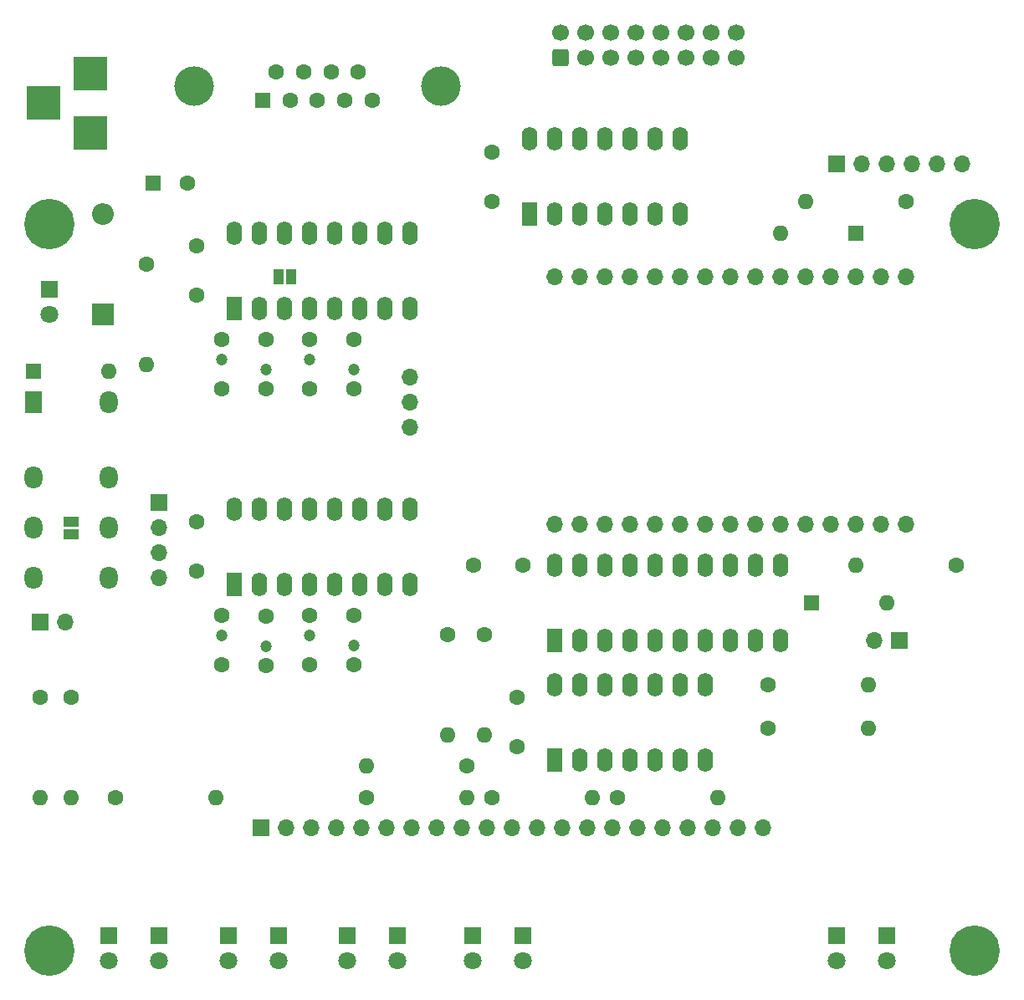
<source format=gbs>
G04 #@! TF.GenerationSoftware,KiCad,Pcbnew,8.0.4*
G04 #@! TF.CreationDate,2024-07-28T06:14:52+02:00*
G04 #@! TF.ProjectId,BulkyModem-32 Module,42756c6b-794d-46f6-9465-6d2d3332204d,rev?*
G04 #@! TF.SameCoordinates,Original*
G04 #@! TF.FileFunction,Soldermask,Bot*
G04 #@! TF.FilePolarity,Negative*
%FSLAX46Y46*%
G04 Gerber Fmt 4.6, Leading zero omitted, Abs format (unit mm)*
G04 Created by KiCad (PCBNEW 8.0.4) date 2024-07-28 06:14:52*
%MOMM*%
%LPD*%
G01*
G04 APERTURE LIST*
G04 Aperture macros list*
%AMRoundRect*
0 Rectangle with rounded corners*
0 $1 Rounding radius*
0 $2 $3 $4 $5 $6 $7 $8 $9 X,Y pos of 4 corners*
0 Add a 4 corners polygon primitive as box body*
4,1,4,$2,$3,$4,$5,$6,$7,$8,$9,$2,$3,0*
0 Add four circle primitives for the rounded corners*
1,1,$1+$1,$2,$3*
1,1,$1+$1,$4,$5*
1,1,$1+$1,$6,$7*
1,1,$1+$1,$8,$9*
0 Add four rect primitives between the rounded corners*
20,1,$1+$1,$2,$3,$4,$5,0*
20,1,$1+$1,$4,$5,$6,$7,0*
20,1,$1+$1,$6,$7,$8,$9,0*
20,1,$1+$1,$8,$9,$2,$3,0*%
G04 Aperture macros list end*
%ADD10R,1.700000X1.700000*%
%ADD11O,1.700000X1.700000*%
%ADD12O,1.600000X2.400000*%
%ADD13R,1.600000X2.400000*%
%ADD14C,1.600000*%
%ADD15O,1.600000X1.600000*%
%ADD16R,1.600000X1.600000*%
%ADD17C,5.100000*%
%ADD18R,1.800000X1.800000*%
%ADD19C,1.800000*%
%ADD20C,4.000000*%
%ADD21R,3.500000X3.500000*%
%ADD22O,1.800000X2.300000*%
%ADD23R,1.800000X2.300000*%
%ADD24C,1.200000*%
%ADD25C,1.700000*%
%ADD26RoundRect,0.250000X0.600000X-0.600000X0.600000X0.600000X-0.600000X0.600000X-0.600000X-0.600000X0*%
%ADD27R,2.200000X2.200000*%
%ADD28O,2.200000X2.200000*%
%ADD29R,1.500000X1.000000*%
%ADD30R,1.000000X1.500000*%
G04 APERTURE END LIST*
D10*
X153035000Y-71755000D03*
D11*
X155575000Y-71755000D03*
X158115000Y-71755000D03*
X160655000Y-71755000D03*
X163195000Y-71755000D03*
X165735000Y-71755000D03*
D12*
X121920000Y-69215000D03*
X124460000Y-69215000D03*
X127000000Y-69215000D03*
X129540000Y-69215000D03*
X132080000Y-69215000D03*
X134620000Y-69215000D03*
X137160000Y-69215000D03*
X137160000Y-76835000D03*
X134620000Y-76835000D03*
X132080000Y-76835000D03*
X129540000Y-76835000D03*
X127000000Y-76835000D03*
X124460000Y-76835000D03*
D13*
X121920000Y-76835000D03*
D14*
X165100000Y-112395000D03*
D15*
X154940000Y-112395000D03*
X149860000Y-75565000D03*
D14*
X160020000Y-75565000D03*
D16*
X154940000Y-78740000D03*
D15*
X147320000Y-78740000D03*
D16*
X150495000Y-116205000D03*
D15*
X158115000Y-116205000D03*
D17*
X167005000Y-77785000D03*
X73355000Y-77785000D03*
X167005000Y-151435000D03*
D11*
X124460000Y-108185000D03*
X127000000Y-108185000D03*
X129540000Y-108185000D03*
X132080000Y-108185000D03*
X134620000Y-108185000D03*
X137160000Y-108185000D03*
X139700000Y-108185000D03*
X142240000Y-108185000D03*
X144780000Y-108185000D03*
X147320000Y-108185000D03*
X149860000Y-108185000D03*
X152400000Y-108185000D03*
X154940000Y-108185000D03*
X157480000Y-108185000D03*
X160020000Y-108185000D03*
X160020000Y-83185000D03*
X157480000Y-83185000D03*
X154940000Y-83185000D03*
X152400000Y-83185000D03*
X149860000Y-83185000D03*
X147320000Y-83185000D03*
X144780000Y-83185000D03*
X142240000Y-83185000D03*
X139700000Y-83185000D03*
X137160000Y-83185000D03*
X134620000Y-83185000D03*
X132080000Y-83185000D03*
X129540000Y-83185000D03*
X127000000Y-83185000D03*
X124460000Y-83185000D03*
D18*
X84455000Y-149860000D03*
D19*
X84455000Y-152400000D03*
D18*
X96520000Y-149860000D03*
D19*
X96520000Y-152400000D03*
D18*
X91440000Y-149860000D03*
D19*
X91440000Y-152400000D03*
D18*
X108585000Y-149860000D03*
D19*
X108585000Y-152400000D03*
D18*
X103505000Y-149860000D03*
D19*
X103505000Y-152400000D03*
D18*
X153035000Y-149860000D03*
D19*
X153035000Y-152400000D03*
D18*
X158115000Y-149860000D03*
D19*
X158115000Y-152400000D03*
D14*
X104600000Y-62438000D03*
X101830000Y-62438000D03*
X99060000Y-62438000D03*
X96290000Y-62438000D03*
X105985000Y-65278000D03*
X103215000Y-65278000D03*
X100445000Y-65278000D03*
X97675000Y-65278000D03*
D16*
X94905000Y-65278000D03*
D20*
X87945000Y-63858000D03*
X112945000Y-63858000D03*
D10*
X94780000Y-138970000D03*
D11*
X97320000Y-138970000D03*
X99860000Y-138970000D03*
X102400000Y-138970000D03*
X104940000Y-138970000D03*
X107480000Y-138970000D03*
X110020000Y-138970000D03*
X112560000Y-138970000D03*
X115100000Y-138970000D03*
X117640000Y-138970000D03*
X120180000Y-138970000D03*
X122720000Y-138970000D03*
X125260000Y-138970000D03*
X127800000Y-138970000D03*
X130340000Y-138970000D03*
X132880000Y-138970000D03*
X135420000Y-138970000D03*
X137960000Y-138970000D03*
X140500000Y-138970000D03*
X143040000Y-138970000D03*
X145580000Y-138970000D03*
X74930000Y-118110000D03*
D10*
X72390000Y-118110000D03*
X159385000Y-120015000D03*
D11*
X156845000Y-120015000D03*
D17*
X73355000Y-151435000D03*
D14*
X115570000Y-132715000D03*
D15*
X105410000Y-132715000D03*
D14*
X80010000Y-135890000D03*
D15*
X90170000Y-135890000D03*
D14*
X118110000Y-135890000D03*
D15*
X128270000Y-135890000D03*
D14*
X105410000Y-135890000D03*
D15*
X115570000Y-135890000D03*
D14*
X113665000Y-119380000D03*
D15*
X113665000Y-129540000D03*
D14*
X117348000Y-119380000D03*
D15*
X117348000Y-129540000D03*
D13*
X92075000Y-114300000D03*
D12*
X94615000Y-114300000D03*
X97155000Y-114300000D03*
X99695000Y-114300000D03*
X102235000Y-114300000D03*
X104775000Y-114300000D03*
X107315000Y-114300000D03*
X109855000Y-114300000D03*
X109855000Y-106680000D03*
X107315000Y-106680000D03*
X104775000Y-106680000D03*
X102235000Y-106680000D03*
X99695000Y-106680000D03*
X97155000Y-106680000D03*
X94615000Y-106680000D03*
X92075000Y-106680000D03*
D21*
X77470000Y-68580000D03*
X77470000Y-62580000D03*
X72770000Y-65580000D03*
D22*
X79375000Y-95885000D03*
X79375000Y-103505000D03*
X79375000Y-108585000D03*
X79375000Y-113665000D03*
X71755000Y-113665000D03*
X71755000Y-108585000D03*
X71755000Y-103505000D03*
D23*
X71755000Y-95885000D03*
D14*
X90805000Y-89535000D03*
D24*
X90805000Y-91535000D03*
D14*
X90805000Y-94535000D03*
X104140000Y-94535000D03*
D24*
X104140000Y-92535000D03*
D14*
X104140000Y-89535000D03*
X99695000Y-89535000D03*
D24*
X99695000Y-91535000D03*
D14*
X99695000Y-94535000D03*
X95250000Y-94535000D03*
D24*
X95250000Y-92535000D03*
D14*
X95250000Y-89535000D03*
X88265000Y-80010000D03*
X88265000Y-85010000D03*
X118110000Y-75565000D03*
X118110000Y-70565000D03*
D18*
X116205000Y-149860000D03*
D19*
X116205000Y-152400000D03*
D14*
X130810000Y-135890000D03*
D15*
X140970000Y-135890000D03*
D13*
X92075000Y-86360000D03*
D12*
X94615000Y-86360000D03*
X97155000Y-86360000D03*
X99695000Y-86360000D03*
X102235000Y-86360000D03*
X104775000Y-86360000D03*
X107315000Y-86360000D03*
X109855000Y-86360000D03*
X109855000Y-78740000D03*
X107315000Y-78740000D03*
X104775000Y-78740000D03*
X102235000Y-78740000D03*
X99695000Y-78740000D03*
X97155000Y-78740000D03*
X94615000Y-78740000D03*
X92075000Y-78740000D03*
D14*
X116285000Y-112395000D03*
X121285000Y-112395000D03*
X88265000Y-107990000D03*
X88265000Y-112990000D03*
X95250000Y-122555000D03*
D24*
X95250000Y-120555000D03*
D14*
X95250000Y-117555000D03*
X99695000Y-117475000D03*
D24*
X99695000Y-119475000D03*
D14*
X99695000Y-122475000D03*
X90805000Y-117475000D03*
D24*
X90805000Y-119475000D03*
D14*
X90805000Y-122475000D03*
X104140000Y-122475000D03*
D24*
X104140000Y-120475000D03*
D14*
X104140000Y-117475000D03*
D25*
X142875000Y-58420000D03*
X140335000Y-58420000D03*
X137795000Y-58420000D03*
X135255000Y-58420000D03*
X132715000Y-58420000D03*
X130175000Y-58420000D03*
X127635000Y-58420000D03*
X125095000Y-58420000D03*
X142875000Y-60960000D03*
X140335000Y-60960000D03*
X137795000Y-60960000D03*
X135255000Y-60960000D03*
X132715000Y-60960000D03*
X130175000Y-60960000D03*
X127635000Y-60960000D03*
D26*
X125095000Y-60960000D03*
D14*
X75565000Y-125730000D03*
D15*
X75565000Y-135890000D03*
D18*
X121285000Y-149860000D03*
D19*
X121285000Y-152400000D03*
D14*
X146050000Y-124460000D03*
D15*
X156210000Y-124460000D03*
D14*
X120650000Y-125730000D03*
X120650000Y-130730000D03*
D27*
X78740000Y-86995000D03*
D28*
X78740000Y-76835000D03*
D14*
X72390000Y-125730000D03*
D15*
X72390000Y-135890000D03*
D13*
X124460000Y-132080000D03*
D12*
X127000000Y-132080000D03*
X129540000Y-132080000D03*
X132080000Y-132080000D03*
X134620000Y-132080000D03*
X137160000Y-132080000D03*
X139700000Y-132080000D03*
X139700000Y-124460000D03*
X137160000Y-124460000D03*
X134620000Y-124460000D03*
X132080000Y-124460000D03*
X129540000Y-124460000D03*
X127000000Y-124460000D03*
X124460000Y-124460000D03*
D18*
X79375000Y-149860000D03*
D19*
X79375000Y-152400000D03*
D18*
X73355000Y-84450000D03*
D19*
X73355000Y-86990000D03*
D14*
X83185000Y-81915000D03*
D15*
X83185000Y-92075000D03*
D16*
X83820000Y-73660000D03*
D14*
X87320000Y-73660000D03*
X146050000Y-128905000D03*
D15*
X156210000Y-128905000D03*
D10*
X84455000Y-106045000D03*
D11*
X84455000Y-108585000D03*
X84455000Y-111125000D03*
X84455000Y-113665000D03*
X109855000Y-98425000D03*
X109855000Y-95885000D03*
X109855000Y-93345000D03*
D29*
X75565000Y-109235000D03*
X75565000Y-107935000D03*
D30*
X96520000Y-83185000D03*
X97820000Y-83185000D03*
D15*
X79375000Y-92710000D03*
D16*
X71755000Y-92710000D03*
D13*
X124460000Y-120005000D03*
D12*
X127000000Y-120005000D03*
X129540000Y-120005000D03*
X132080000Y-120005000D03*
X134620000Y-120005000D03*
X137160000Y-120005000D03*
X139700000Y-120005000D03*
X142240000Y-120005000D03*
X144780000Y-120005000D03*
X147320000Y-120005000D03*
X147320000Y-112385000D03*
X144780000Y-112385000D03*
X142240000Y-112385000D03*
X139700000Y-112385000D03*
X137160000Y-112385000D03*
X134620000Y-112385000D03*
X132080000Y-112385000D03*
X129540000Y-112385000D03*
X127000000Y-112385000D03*
X124460000Y-112385000D03*
M02*

</source>
